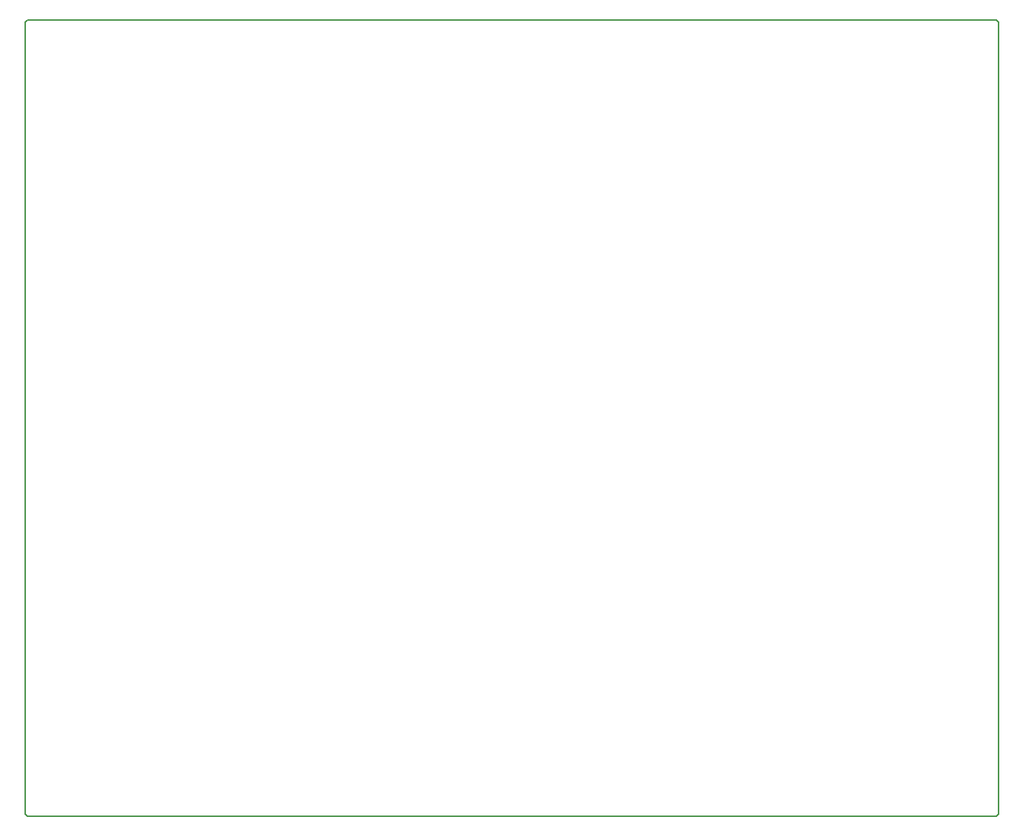
<source format=gbr>
G04 #@! TF.GenerationSoftware,KiCad,Pcbnew,5.1.10-88a1d61d58~88~ubuntu20.04.1*
G04 #@! TF.CreationDate,2021-07-01T12:33:08+02:00*
G04 #@! TF.ProjectId,chamber-board,6368616d-6265-4722-9d62-6f6172642e6b,rev?*
G04 #@! TF.SameCoordinates,Original*
G04 #@! TF.FileFunction,Profile,NP*
%FSLAX46Y46*%
G04 Gerber Fmt 4.6, Leading zero omitted, Abs format (unit mm)*
G04 Created by KiCad (PCBNEW 5.1.10-88a1d61d58~88~ubuntu20.04.1) date 2021-07-01 12:33:08*
%MOMM*%
%LPD*%
G01*
G04 APERTURE LIST*
G04 #@! TA.AperFunction,Profile*
%ADD10C,0.150000*%
G04 #@! TD*
G04 APERTURE END LIST*
D10*
X207772000Y-136906000D02*
X208026000Y-136652000D01*
X97028000Y-136906000D02*
X207772000Y-136906000D01*
X96774000Y-136652000D02*
X97028000Y-136906000D01*
X96774000Y-46228000D02*
X96774000Y-136652000D01*
X97028000Y-45974000D02*
X96774000Y-46228000D01*
X207772000Y-45974000D02*
X97028000Y-45974000D01*
X208026000Y-46228000D02*
X207772000Y-45974000D01*
X208026000Y-136652000D02*
X208026000Y-46228000D01*
M02*

</source>
